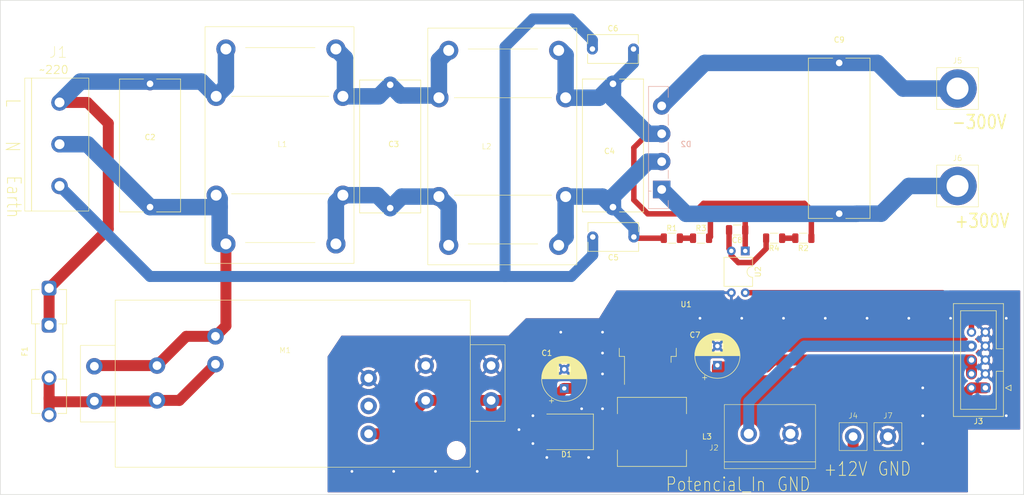
<source format=kicad_pcb>
(kicad_pcb (version 20221018) (generator pcbnew)
  (layers (0 "F.Cu" signal) (31 "B.Cu" signal) (34 "B.Paste" user) (35 "F.Paste" user) (36 "B.SilkS" user "B.Silkscreen") (37 "F.SilkS" user "F.Silkscreen") (38 "B.Mask" user) (39 "F.Mask" user) (44 "Edge.Cuts" user))
  (net 0 "")
  (net 1 "Net-(D1-K)")
  (net 2 "Net-(J1-Pin_2)")
  (net 3 "+12V")
  (net 4 "GND")
  (net 5 "+5V")
  (net 6 "/F_IN")
  (net 7 "/U_SET")
  (net 9 "Net-(J1-Pin_1)")
  (net 10 "Net-(F1-Pad2)")
  (net 11 "Net-(J1-Pin_3)")
  (net 12 "Net-(D2-+)")
  (net 13 "Net-(R1-Pad2)")
  (net 14 "Net-(D2--)")
  (net 15 "Net-(C3-Pad1)")
  (net 16 "Net-(C3-Pad2)")
  (net 17 "Net-(R2-Pad2)")
  (net 18 "Net-(C4-Pad1)")
  (net 19 "Net-(C4-Pad2)")
  (net 20 "Net-(C8-Pad1)")
  (net 21 "Net-(C8-Pad2)")
  (footprint "MountingHole:MountingHole_3.2mm_M3" (layer "F.Cu") (at 52.705 51.208)
    (fp_text reference "H1" hide)
    (fp_text value "MountingHole")
    (pad "" np_thru_hole circle (at 0 0) (size 3.2 3.2) (drill 3.2) (layers "*.Cu" "*.Mask"))
  )
  (footprint "Capacitor_THT:CP_Radial_D8.0mm_P3.50mm" (layer "F.Cu") (at 150.495 116.938 90)
    (fp_text reference "C1" (at 6.448 -3.175 180) (layer "F.SilkS"))
    (fp_text value "470uF 16V")
    (pad "1" thru_hole rect (at 0 0 90) (size 1.6 1.6) (drill 0.8) (layers "*.Cu" "*.Mask") (net 3 "+12V"))
    (pad "2" thru_hole circle (at 3.5 0 90) (size 1.6 1.6) (drill 0.8) (layers "*.Cu" "*.Mask") (net 4 "GND"))
  )
  (footprint "Capacitor_THT:C_Rect_L24.0mm_W10.9mm_P22.50mm_MKT" (layer "F.Cu") (at 74.93 83.868 90)
    (fp_text reference "C2" (at 12.748 0) (layer "F.SilkS"))
    (fp_text value "470nF")
    (pad "1" thru_hole circle (at 0 0 90) (size 2.4 2.4) (drill 1.2) (layers "*.Cu" "*.Mask") (net 2 "Net-(J1-Pin_2)"))
    (pad "2" thru_hole circle (at 22.5 0 90) (size 2.4 2.4) (drill 1.2) (layers "*.Cu" "*.Mask") (net 9 "Net-(J1-Pin_1)"))
  )
  (footprint "Z_pin:PinD1_6mm" (layer "F.Cu") (at 203.2 125.73 180)
    (fp_text reference "J4" (at 0 3.81 unlocked) (layer "F.SilkS") (effects (font (thickness 0.1))))
    (fp_text value "Screw_Terminal_01x01")
    (pad "1" thru_hole circle (at 0 0 180) (size 3 3) (drill 1.6) (layers "*.Cu" "*.Mask") (net 3 "+12V"))
  )
  (footprint "Capacitor_THT:C_Disc_D9.0mm_W5.0mm_P7.50mm" (layer "F.Cu") (at 155.635 55.018)
    (fp_text reference "C6" (at 3.75 -3.75) (layer "F.SilkS"))
    (fp_text value "220pF")
    (pad "1" thru_hole circle (at 0 0) (size 2 2) (drill 1) (layers "*.Cu" "*.Mask") (net 11 "Net-(J1-Pin_3)"))
    (pad "2" thru_hole circle (at 7.5 0) (size 2 2) (drill 1) (layers "*.Cu" "*.Mask") (net 19 "Net-(C4-Pad2)"))
  )
  (footprint "Package_DIP:DIP-4_W7.62mm" (layer "F.Cu") (at 183.52 91.858 -90)
    (fp_text reference "U2" (at 3.81 -2.33 90) (layer "F.SilkS"))
    (fp_text value "PC814")
    (pad "1" thru_hole rect (at 0 0 270) (size 1.6 1.6) (drill 0.8) (layers "*.Cu" "*.Mask") (net 20 "Net-(C8-Pad1)"))
    (pad "2" thru_hole oval (at 0 2.54 270) (size 1.6 1.6) (drill 0.8) (layers "*.Cu" "*.Mask") (net 21 "Net-(C8-Pad2)"))
    (pad "3" thru_hole oval (at 7.62 2.54 270) (size 1.6 1.6) (drill 0.8) (layers "*.Cu" "*.Mask") (net 4 "GND"))
    (pad "4" thru_hole oval (at 7.62 0 270) (size 1.6 1.6) (drill 0.8) (layers "*.Cu" "*.Mask") (net 7 "/U_SET"))
  )
  (footprint "Z_pin:PinD1_6mm" (layer "F.Cu") (at 209.55 125.73)
    (fp_text reference "J7" (at 0 -3.81 unlocked) (layer "F.SilkS") (effects (font (thickness 0.1))))
    (fp_text value "Screw_Terminal_01x01")
    (pad "1" thru_hole circle (at 0 0) (size 3 3) (drill 1.6) (layers "*.Cu" "*.Mask") (net 4 "GND"))
  )
  (footprint "Capacitor_THT:C_Rect_L29.0mm_W11.0mm_P27.50mm_MKT" (layer "F.Cu") (at 200.66 57.558 -90)
    (fp_text reference "C9" (at -4.218 0 -180) (layer "F.SilkS"))
    (fp_text value "4.7uF")
    (pad "1" thru_hole circle (at 0 0 270) (size 2.4 2.4) (drill 1.2) (layers "*.Cu" "*.Mask") (net 14 "Net-(D2--)"))
    (pad "2" thru_hole circle (at 27.5 0 270) (size 2.4 2.4) (drill 1.2) (layers "*.Cu" "*.Mask") (net 12 "Net-(D2-+)"))
  )
  (footprint "Resistor_SMD:R_1206_3216Metric" (layer "F.Cu") (at 188.7875 89.535 180)
    (fp_text reference "R4" (at 0 -1.82) (layer "F.SilkS"))
    (fp_text value "75k")
    (pad "1" smd roundrect (at -1.4625 0 180) (size 1.125 1.75) (layers "F.Cu" "F.Paste" "F.Mask") (roundrect_rratio 0.222222) (net 17 "Net-(R2-Pad2)"))
    (pad "2" smd roundrect (at 1.4625 0 180) (size 1.125 1.75) (layers "F.Cu" "F.Paste" "F.Mask") (roundrect_rratio 0.222222) (net 21 "Net-(C8-Pad2)"))
  )
  (footprint "Fuse:Fuseholder_Clip-5x20mm_Keystone_3517_Inline_P23.11x6.76mm_D1.70mm_Horizontal" (layer "F.Cu") (at 56.515 98.65 -90)
    (fp_text reference "F1" (at 11.555 4.445 90) (layer "F.SilkS"))
    (fp_text value "Fuse")
    (pad "1" thru_hole roundrect (at 0 0 270) (size 2.7 2.7) (drill 1.7) (layers "*.Cu" "*.Mask") (net 9 "Net-(J1-Pin_1)"))
    (pad "1" thru_hole roundrect (at 6.76 0 270) (size 2.7 2.7) (drill 1.7) (layers "*.Cu" "*.Mask") (net 9 "Net-(J1-Pin_1)"))
    (pad "2" thru_hole circle (at 16.35 0 270) (size 2.7 2.7) (drill 1.7) (layers "*.Cu" "*.Mask") (net 10 "Net-(F1-Pad2)"))
    (pad "2" thru_hole circle (at 23.11 0 270) (size 2.7 2.7) (drill 1.7) (layers "*.Cu" "*.Mask") (net 10 "Net-(F1-Pad2)"))
  )
  (footprint "Z_pin:PinD4mm" (layer "F.Cu") (at 222.25 80.01)
    (fp_text reference "J6" (at 0 -5.08 unlocked) (layer "F.SilkS") (effects (font (thickness 0.1))))
    (fp_text value "Screw_Terminal_01x01")
    (pad "1" thru_hole circle (at 0 0) (size 7 7) (drill 4) (layers "*.Cu" "*.Mask") (net 12 "Net-(D2-+)"))
  )
  (footprint "MountingHole:MountingHole_3.2mm_M3" (layer "F.Cu") (at 182.88 72.798)
    (fp_text reference "H5" hide)
    (fp_text value "MountingHole")
    (pad "" np_thru_hole circle (at 0 0) (size 3.2 3.2) (drill 3.2) (layers "*.Cu" "*.Mask"))
  )
  (footprint "Package_TO_SOT_SMD:TO-263-5_TabPin3" (layer "F.Cu") (at 165.735 106.275 90)
    (fp_text reference "U1" (at 4.675 6.985 180) (layer "F.SilkS"))
    (fp_text value "LM2576S-5")
    (pad "1" smd roundrect (at -7.65 -3.4 90) (size 4.6 1.1) (layers "F.Cu" "F.Paste" "F.Mask") (roundrect_rratio 0.227273) (net 3 "+12V"))
    (pad "2" smd roundrect (at -7.65 -1.7 90) (size 4.6 1.1) (layers "F.Cu" "F.Paste" "F.Mask") (roundrect_rratio 0.227273) (net 1 "Net-(D1-K)"))
    (pad "3" smd roundrect (at -7.65 0 90) (size 4.6 1.1) (layers "F.Cu" "F.Paste" "F.Mask") (roundrect_rratio 0.227273) (net 4 "GND"))
    (pad "3" smd roundrect (at -0.925 -2.775 90) (size 4.55 5.25) (layers "F.Cu" "F.Paste") (roundrect_rratio 0.054945) (net 4 "GND"))
    (pad "3" smd roundrect (at -0.925 2.775 90) (size 4.55 5.25) (layers "F.Cu" "F.Paste") (roundrect_rratio 0.054945) (net 4 "GND"))
    (pad "3" smd roundrect (at 1.5 0 90) (size 9.4 10.8) (layers "F.Cu" "F.Mask") (roundrect_rratio 0.026596) (net 4 "GND"))
    (pad "3" smd roundrect (at 3.925 -2.775 90) (size 4.55 5.25) (layers "F.Cu" "F.Paste") (roundrect_rratio 0.054945) (net 4 "GND"))
    (pad "3" smd roundrect (at 3.925 2.775 90) (size 4.55 5.25) (layers "F.Cu" "F.Paste") (roundrect_rratio 0.054945) (net 4 "GND"))
    (pad "4" smd roundrect (at -7.65 1.7 90) (size 4.6 1.1) (layers "F.Cu" "F.Paste" "F.Mask") (roundrect_rratio 0.227273) (net 5 "+5V"))
    (pad "5" smd roundrect (at -7.65 3.4 90) (size 4.6 1.1) (layers "F.Cu" "F.Paste" "F.Mask") (roundrect_rratio 0.227273) (net 4 "GND"))
  )
  (footprint "Z_pin:PinD4mm" (layer "F.Cu") (at 222.25 62.23)
    (fp_text reference "J5" (at 0 -5.08 unlocked) (layer "F.SilkS") (effects (font (thickness 0.1))))
    (fp_text value "Screw_Terminal_01x01")
    (pad "1" thru_hole circle (at 0 0) (size 7 7) (drill 4) (layers "*.Cu" "*.Mask") (net 14 "Net-(D2--)"))
  )
  (footprint "MountingHole:MountingHole_3.2mm_M3" (layer "F.Cu") (at 52.705 131.218)
    (fp_text reference "H2" hide)
    (fp_text value "MountingHole")
    (pad "" np_thru_hole circle (at 0 0) (size 3.2 3.2) (drill 3.2) (layers "*.Cu" "*.Mask"))
  )
  (footprint "Z_connectors:DB129V-7.62-3P-GN-S" (layer "F.Cu") (at 58.42 64.77)
    (fp_text reference "J1" (at -0.245714 -9.153919 unlocked) (layer "F.SilkS") (effects (font (size 2 2) (thickness 0.1))))
    (fp_text value "Screw_Terminal_01x03")
    (pad "1" thru_hole circle (at 0 0) (size 3 3) (drill 1.8) (layers "*.Cu" "*.Mask") (net 9 "Net-(J1-Pin_1)"))
    (pad "2" thru_hole circle (at 0 7.62) (size 3 3) (drill 1.8) (layers "*.Cu" "*.Mask") (net 2 "Net-(J1-Pin_2)"))
    (pad "3" thru_hole circle (at 0 15.24) (size 3 3) (drill 1.8) (layers "*.Cu" "*.Mask") (net 11 "Net-(J1-Pin_3)"))
  )
  (footprint "Z_inductors:B82726S6123N020" (layer "F.Cu") (at 125.603 94.388 90)
    (fp_text reference "L2" (at 21.59 10.716 unlocked) (layer "F.SilkS") (effects (font (thickness 0.1))))
    (fp_text value "2X3.3mH 12A")
    (pad "1" thru_hole circle (at 3.556 3.81 90) (size 3.5 3.5) (drill 2) (layers "*.Cu" "*.Mask") (net 15 "Net-(C3-Pad1)"))
    (pad "1" thru_hole circle (at 12.446 2.032 90) (size 3.5 3.5) (drill 2) (layers "*.Cu" "*.Mask") (net 15 "Net-(C3-Pad1)"))
    (pad "2" thru_hole circle (at 30.48 2.032 90) (size 3.5 3.5) (drill 2) (layers "*.Cu" "*.Mask") (net 16 "Net-(C3-Pad2)"))
    (pad "2" thru_hole circle (at 39.116 3.81 90) (size 3.5 3.5) (drill 2) (layers "*.Cu" "*.Mask") (net 16 "Net-(C3-Pad2)"))
    (pad "3" thru_hole circle (at 30.48 25.146 90) (size 3.5 3.5) (drill 2) (layers "*.Cu" "*.Mask") (net 19 "Net-(C4-Pad2)"))
    (pad "3" thru_hole circle (at 39.116 23.876 90) (size 3.5 3.5) (drill 2) (layers "*.Cu" "*.Mask") (net 19 "Net-(C4-Pad2)"))
    (pad "4" thru_hole circle (at 3.556 23.876 90) (size 3.5 3.5) (drill 2) (layers "*.Cu" "*.Mask") (net 18 "Net-(C4-Pad1)"))
    (pad "4" thru_hole circle (at 12.446 25.146 90) (size 3.5 3.5) (drill 2) (layers "*.Cu" "*.Mask") (net 18 "Net-(C4-Pad1)"))
  )
  (footprint "Capacitor_THT:C_Rect_L24.0mm_W10.9mm_P22.50mm_MKT" (layer "F.Cu") (at 118.745 84.048 90)
    (fp_text reference "C3" (at 11.658 0.635 180) (layer "F.SilkS"))
    (fp_text value "470nF")
    (pad "1" thru_hole circle (at 0 0 90) (size 2.4 2.4) (drill 1.2) (layers "*.Cu" "*.Mask") (net 15 "Net-(C3-Pad1)"))
    (pad "2" thru_hole circle (at 22.5 0 90) (size 2.4 2.4) (drill 1.2) (layers "*.Cu" "*.Mask") (net 16 "Net-(C3-Pad2)"))
  )
  (footprint "Resistor_SMD:R_1206_3216Metric" (layer "F.Cu") (at 170.1225 89.535)
    (fp_text reference "R1" (at 0 -1.82) (layer "F.SilkS"))
    (fp_text value "75k")
    (pad "1" smd roundrect (at -1.4625 0) (size 1.125 1.75) (layers "F.Cu" "F.Paste" "F.Mask") (roundrect_rratio 0.222222) (net 18 "Net-(C4-Pad1)"))
    (pad "2" smd roundrect (at 1.4625 0) (size 1.125 1.75) (layers "F.Cu" "F.Paste" "F.Mask") (roundrect_rratio 0.222222) (net 13 "Net-(R1-Pad2)"))
  )
  (footprint "MountingHole:MountingHole_3.2mm_M3" (layer "F.Cu") (at 229.235 131.218)
    (fp_text reference "H4" hide)
    (fp_text value "MountingHole")
    (pad "" np_thru_hole circle (at 0 0) (size 3.2 3.2) (drill 3.2) (layers "*.Cu" "*.Mask"))
  )
  (footprint "Capacitor_THT:C_Disc_D9.0mm_W5.0mm_P7.50mm" (layer "F.Cu") (at 163.195 89.308 180)
    (fp_text reference "C5" (at 3.75 -3.75) (layer "F.SilkS"))
    (fp_text value "220pF")
    (pad "1" thru_hole circle (at 0 0 180) (size 2 2) (drill 1) (layers "*.Cu" "*.Mask") (net 18 "Net-(C4-Pad1)"))
    (pad "2" thru_hole circle (at 7.5 0 180) (size 2 2) (drill 1) (layers "*.Cu" "*.Mask") (net 11 "Net-(J1-Pin_3)"))
  )
  (footprint "Resistor_SMD:R_1206_3216Metric" (layer "F.Cu") (at 194.1175 89.535 180)
    (fp_text reference "R2" (at 0 -1.82) (layer "F.SilkS"))
    (fp_text value "75k")
    (pad "1" smd roundrect (at -1.4625 0 180) (size 1.125 1.75) (layers "F.Cu" "F.Paste" "F.Mask") (roundrect_rratio 0.222222) (net 19 "Net-(C4-Pad2)"))
    (pad "2" smd roundrect (at 1.4625 0 180) (size 1.125 1.75) (layers "F.Cu" "F.Paste" "F.Mask") (roundrect_rratio 0.222222) (net 17 "Net-(R2-Pad2)"))
  )
  (footprint "Capacitor_THT:CP_Radial_D8.0mm_P3.50mm" (layer "F.Cu") (at 178.435 112.72 90)
    (fp_text reference "C7" (at 5.536814 -4.089579 180) (layer "F.SilkS"))
    (fp_text value "220uF 16V")
    (pad "1" thru_hole rect (at 0 0 90) (size 1.6 1.6) (drill 0.8) (layers "*.Cu" "*.Mask") (net 5 "+5V"))
    (pad "2" thru_hole circle (at 3.5 0 90) (size 1.6 1.6) (drill 0.8) (layers "*.Cu" "*.Mask") (net 4 "GND"))
  )
  (footprint "Z_modules:AC_DC_12V2A" (layer "F.Cu") (at 68.58 100.838)
    (fp_text reference "M1" (at 30.988 9.144 unlocked) (layer "F.SilkS") (effects (font (thickness 0.1))))
    (fp_text value "~")
    (pad "" np_thru_hole circle (at 2.286 3.302) (size 3 3) (drill 3) (layers "F&B.Cu" "*.Mask"))
    (pad "" np_thru_hole circle (at 2.286 27.432) (size 3 3) (drill 3) (layers "F&B.Cu" "*.Mask"))
    (pad "" np_thru_hole circle (at 62.23 3.302) (size 3 3) (drill 3) (layers "F&B.Cu" "*.Mask"))
    (pad "" np_thru_hole circle (at 62.23 27.432) (size 3 3) (drill 3) (layers "F&B.Cu" "*.Mask"))
    (pad "1" thru_hole circle (at -3.81 12.065) (size 3 3) (drill 1.6) (layers "*.Cu" "*.Mask") (net 2 "Net-(J1-Pin_2)"))
    (pad "1" thru_hole circle (at 7.62 11.938) (size 3 3) (drill 1.6) (layers "*.Cu" "*.Mask") (net 2 "Net-(J1-Pin_2)"))
    (pad "1" thru_hole circle (at 18.288 6.604) (size 3 3) (drill 1.6) (layers "*.Cu" "*.Mask") (net 2 "Net-(J1-Pin_2)"))
    (pad "2" thru_hole circle (at -3.81 18.415) (size 3 3) (drill 1.6) (layers "*.Cu" "*.Mask") (net 10 "Net-(F1-Pad2)"))
    (pad "2" thru_hole circle (at 7.62 18.288) (size 3 3) (drill 1.6) (layers "*.Cu" "*.Mask") (net 10 "Net-(F1-Pad2)"))
    (pad "2" thru_hole circle (at 18.288 11.684) (size 3 3) (drill 1.6) (layers "*.Cu" "*.Mask") (net 10 "Net-(F1-Pad2)"))
    (pad "3" thru_hole circle (at 46.228 14.224) (size 3 3) (drill 1.6) (layers "*.Cu" "*.Mask") (net 4 "GND"))
    (pad "3" thru_hole circle (at 56.642 11.938) (size 3 3) (drill 1.6) (layers "*.Cu" "*.Mask") (net 4 "GND"))
    (pad "3" thru_hole circle (at 68.58 11.938) (size 3 3) (drill 1.6) (layers "*.Cu" "*.Mask") (net 4 "GND"))
    (pad "4" thru_hole circle (at 46.228 24.384) (size 3 3) (drill 1.6) (layers "*.Cu" "*.Mask") (net 3 "+12V"))
    (pad "4" thru_hole circle (at 56.642 18.288) (size 3 3) (drill 1.6) (layers "*.Cu" "*.Mask") (net 3 "+12V"))
    (pad "4" thru_hole circle (at 68.58 18.288) (size 3 3) (drill 1.6) (layers "*.Cu" "*.Mask") (net 3 "+12V"))
    (pad "5" thru_hole circle (at 46.228 19.304) (size 3 3) (drill 1.6) (layers "*.Cu" "*.Mask"))
  )
  (footprint "Resistor_SMD:R_1206_3216Metric" (layer "F.Cu") (at 175.4525 89.535)
    (fp_text reference "R3" (at 0 -1.82) (layer "F.SilkS"))
    (fp_text value "75k")
    (pad "1" smd roundrect (at -1.4625 0) (size 1.125 1.75) (layers "F.Cu" "F.Paste" "F.Mask") (roundrect_rratio 0.222222) (net 13 "Net-(R1-Pad2)"))
    (pad "2" smd roundrect (at 1.4625 0) (size 1.125 1.75) (layers "F.Cu" "F.Paste" "F.Mask") (roundrect_rratio 0.222222) (net 20 "Net-(C8-Pad1)"))
  )
  (footprint "Z_inductors:B82726S6123N020" (layer "F.Cu") (at 84.963 94.134 90)
    (fp_text reference "L1" (at 21.744 14.097 unlocked) (layer "F.SilkS") (effects (font (thickness 0.1))))
    (fp_text value "2X3.3mH 12A")
    (pad "1" thru_hole circle (at 3.556 3.81 90) (size 3.5 3.5) (drill 2) (layers "*.Cu" "*.Mask") (net 2 "Net-(J1-Pin_2)"))
    (pad "1" thru_hole circle (at 12.446 2.032 90) (size 3.5 3.5) (drill 2) (layers "*.Cu" "*.Mask") (net 2 "Net-(J1-Pin_2)"))
    (pad "2" thru_hole circle (at 30.48 2.032 90) (size 3.5 3.5) (drill 2) (layers "*.Cu" "*.Mask") (net 9 "Net-(J1-Pin_1)"))
    (pad "2" thru_hole circle (at 39.116 3.81 90) (size 3.5 3.5) (drill 2) (layers "*.Cu" "*.Mask") (net 9 "Net-(J1-Pin_1)"))
    (pad "3" thru_hole circle (at 30.48 25.146 90) (size 3.5 3.5) (drill 2) (layers "*.Cu" "*.Mask") (net 16 "Net-(C3-Pad2)"))
    (pad "3" thru_hole circle (at 39.116 23.876 90) (size 3.5 3.5) (drill 2) (layers "*.Cu" "*.Mask") (net 16 "Net-(C3-Pad2)"))
    (pad "4" thru_hole circle (at 3.556 23.876 90) (size 3.5 3.5) (drill 2) (layers "*.Cu" "*.Mask") (net 15 "Net-(C3-Pad1)"))
    (pad "4" thru_hole circle (at 12.446 25.146 90) (size 3.5 3.5) (drill 2) (layers "*.Cu" "*.Mask") (net 15 "Net-(C3-Pad1)"))
  )
  (footprint "Capacitor_SMD:C_1206_3216Metric" (layer "F.Cu") (at 182.04 88.038 180)
    (fp_text reference "C8" (at 0 -1.85) (layer "F.SilkS"))
    (fp_text value "1nF")
    (pad "1" smd roundrect (at -1.475 0 180) (size 1.15 1.8) (layers "F.Cu" "F.Paste" "F.Mask") (roundrect_rratio 0.217391) (net 20 "Net-(C8-Pad1)"))
    (pad "2" smd roundrect (at 1.475 0 180) (size 1.15 1.8) (layers "F.Cu" "F.Paste" "F.Mask") (roundrect_rratio 0.217391) (net 21 "Net-(C8-Pad2)"))
  )
  (footprint "Diode_SMD:D_SMC" (layer "F.Cu") (at 150.905 124.868 180)
    (fp_text reference "D1" (at 0 -4.1) (layer "F.SilkS"))
    (fp_text value "B360")
    (pad "1" smd roundrect (at -3.4 0 270) (size 3.3 2.5) (layers "F.Cu" "F.Paste" "F.Mask") (roundrect_rratio 0.1) (net 1 "Net-(D1-K)"))
    (pad "2" smd roundrect (at 3.4 0 270) (size 3.3 2.5) (layers "F.Cu" "F.Paste" "F.Mask") (roundrect_rratio 0.1) (net 4 "GND"))
  )
  (footprint "MountingHole:MountingHole_3.2mm_M3" (layer "F.Cu") (at 229.235 51.208)
    (fp_text reference "H3" hide)
    (fp_text value "MountingHole")
    (pad "" np_thru_hole circle (at 0 0) (size 3.2 3.2) (drill 3.2) (layers "*.Cu" "*.Mask"))
  )
  (footprint "Capacitor_THT:C_Rect_L24.0mm_W10.9mm_P22.50mm_MKT" (layer "F.Cu") (at 159.385 83.868 90)
    (fp_text reference "C4" (at 10.208 -0.635 180) (layer "F.SilkS"))
    (fp_text value "470nF")
    (pad "1" thru_hole circle (at 0 0 90) (size 2.4 2.4) (drill 1.2) (layers "*.Cu" "*.Mask") (net 18 "Net-(C4-Pad1)"))
    (pad "2" thru_hole circle (at 22.5 0 90) (size 2.4 2.4) (drill 1.2) (layers "*.Cu" "*.Mask") (net 19 "Net-(C4-Pad2)"))
  )
  (footprint "Z_connectors:DB129V-7.62-2P-GN-S" (layer "F.Cu") (at 184.15 125.222 90)
    (fp_text reference "J2" (at -2.54 -6.35 unlocked) (layer "F.SilkS") (effects (font (thickness 0.1))))
    (fp_text value "Screw_Terminal_01x02")
    (pad "1" thru_hole circle (at 0 0 90) (size 3 3) (drill 1.8) (layers "*.Cu" "*.Mask") (net 6 "/F_IN"))
    (pad "2" thru_hole circle (at 0 7.62 90) (size 3 3) (drill 1.8) (layers "*.Cu" "*.Mask") (net 4 "GND"))
  )
  (footprint "Connector_IDC:IDC-Header_2x05_P2.54mm_Vertical" (layer "F.Cu") (at 227.33 116.84 180)
    (fp_text reference "J3" (at 1.27 -6.1) (layer "F.SilkS"))
    (fp_text value "~")
    (pad "1" thru_hole roundrect (at 0 0 180) (size 1.7 1.7) (drill 1) (layers "*.Cu" "*.Mask") (roundrect_rratio 0.147059) (net 3 "+12V"))
    (pad "2" thru_hole circle (at 2.54 0 180) (size 1.7 1.7) (drill 1) (layers "*.Cu" "*.Mask") (net 3 "+12V"))
    (pad "3" thru_hole circle (at 0 2.54 180) (size 1.7 1.7) (drill 1) (layers "*.Cu" "*.Mask") (net 4 "GND"))
    (pad "4" thru_hole circle (at 2.54 2.54 180) (size 1.7 1.7) (drill 1) (layers "*.Cu" "*.Mask") (net 5 "+5V"))
    (pad "5" thru_hole circle (at 0 5.08 180) (size 1.7 1.7) (drill 1) (layers "*.Cu" "*.Mask") (net 4 "GND"))
    (pad "6" thru_hole circle (at 2.54 5.08 180) (size 1.7 1.7) (drill 1) (layers "*.Cu" "*.Mask") (net 5 "+5V"))
    (pad "7" thru_hole circle (at 0 7.62 180) (size 1.7 1.7) (drill 1) (layers "*.Cu" "*.Mask") (net 4 "GND"))
    (pad "8" thru_hole circle (at 2.54 7.62 180) (size 1.7 1.7) (drill 1) (layers "*.Cu" "*.Mask") (net 6 "/F_IN"))
    (pad "9" thru_hole circle (at 0 10.16 180) (size 1.7 1.7) (drill 1) (layers "*.Cu" "*.Mask") (net 4 "GND"))
    (pad "10" thru_hole circle (at 2.54 10.16 180) (size 1.7 1.7) (drill 1) (layers "*.Cu" "*.Mask") (net 7 "/U_SET"))
  )
  (footprint "Z_inductors:L_12x12mm_H8mm" (layer "F.Cu") (at 166.497 124.868)
    (fp_text reference "L3" (at 10.033 0.862) (layer "F.SilkS"))
    (fp_text value "47uH")
    (pad "1" smd rect (at -5.588 0) (size 4 5.8) (layers "F.Cu" "F.Paste" "F.Mask") (net 1 "Net-(D1-K)"))
    (pad "2" smd rect (at 5.588 0) (size 4 5.8) (layers "F.Cu" "F.Paste" "F.Mask") (net 5 "+5V"))
  )
  (footprint "Diode_THT:Diode_Bridge_Vishay_GBU" (layer "B.Cu") (at 168.275 80.645 90)
    (fp_text reference "D2" (at 8.255 4.445 180) (layer "B.SilkS") (effects (justify mirror)))
    (fp_text value "GBU15M")
    (pad "1" thru_hole rect (at 0 0 90) (size 3.2 3.2) (drill 1.6) (layers "*.Cu" "*.Mask") (net 12 "Net-(D2-+)"))
    (pad "2" thru_hole circle (at 5.08 0 90) (size 3.2 3.2) (drill 1.6) (layers "*.Cu" "*.Mask") (net 18 "Net-(C4-Pad1)"))
    (pad "3" thru_hole circle (at 10.16 0 90) (size 3.2 3.2) (drill 1.6) (layers "*.Cu" "*.Mask") (net 19 "Net-(C4-Pad2)"))
    (pad "4" thru_hole circle (at 15.24 0 90) (size 3.2 3.2) (drill 1.6) (layers "*.Cu" "*.Mask") (net 14 "Net-(D2--)"))
  )
  (gr_rect (start 47.625 46.128) (end 234.315 136.298) (stroke (width 0.1)) (fill none) (layer "Edge.Cuts"))
  (gr_text "GND" (at 189.23 135.89) (layer "F.SilkS") (effects (font (size 2.5 2)) (justify left bottom)))
  (gr_text "Potencial_In" (at 168.91 135.89) (layer "F.SilkS") (effects (font (size 2.5 2)) (justify left bottom)))
  (gr_text "L" (at 48.449464 63.927895 -90) (layer "F.SilkS") (effects (font (size 2.5 2)) (justify left bottom)))
  (gr_text "+300V" (at 221.57162 87.849973) (layer "F.SilkS") (effects (font (size 2.5 2) (thickness 0.3) bold) (justify left bottom)))
  (gr_text "~220" (at 54.61 59.69) (layer "F.SilkS") (effects (font (size 1.5 1.5)) (justify left bottom)))
  (gr_text "GND" (at 207.587069 133.077417) (layer "F.SilkS") (effects (font (size 2.5 2)) (justify left bottom)))
  (gr_text "+12V" (at 197.723717 133.114359) (layer "F.SilkS") (effects (font (size 2.5 2)) (justify left bottom)))
  (gr_text "-300V" (at 221.072911 69.813337) (layer "F.SilkS") (effects (font (size 2.5 2) (thickness 0.3) bold) (justify left bottom)))
  (gr_text "N" (at 48.366346 71.657882 -90) (layer "F.SilkS") (effects (font (size 2.5 2)) (justify left bottom)))
  (gr_text "Earth" (at 48.6157 77.974861 -90) (layer "F.SilkS") (effects (font (size 2.5 2)) (justify left bottom)))
  (segment (start 154.305 124.868) (end 160.909 124.868) (width 2) (layer "F.Cu") (net 1))
  (segment (start 164.035 121.742) (end 160.909 124.868) (width 1) (layer "F.Cu") (net 1))
  (segment (start 164.035 113.925) (end 164.035 121.742) (width 1) (layer "F.Cu") (net 1))
  (segment (start 86.868 107.442) (end 81.534 107.442) (width 2) (layer "F.Cu") (net 2))
  (segment (start 88.773 90.578) (end 88.773 105.537) (width 2) (layer "F.Cu") (net 2))
  (segment (start 88.773 105.537) (end 86.868 107.442) (width 2) (layer "F.Cu") (net 2))
  (segment (start 76.2 112.776) (end 64.897 112.776) (width 2) (layer "F.Cu") (net 2))
  (segment (start 81.534 107.442) (end 76.2 112.776) (width 2) (layer "F.Cu") (net 2))
  (segment (start 64.897 112.776) (end 64.77 112.903) (width 2) (layer "F.Cu") (net 2))
  (segment (start 74.93 83.82) (end 74.93 83.868) (width 3) (layer "B.Cu") (net 2))
  (segment (start 58.42 72.39) (end 63.5 72.39) (width 3) (layer "B.Cu") (net 2))
  (segment (start 86.995 81.688) (end 87.63 82.323) (width 3) (layer "B.Cu") (net 2))
  (segment (start 74.93 83.868) (end 87.582 83.868) (width 3) (layer "B.Cu") (net 2))
  (segment (start 63.5 72.39) (end 74.93 83.82) (width 3) (layer "B.Cu") (net 2))
  (segment (start 87.63 82.323) (end 87.63 90.578) (width 3) (layer "B.Cu") (net 2))
  (segment (start 87.582 83.868) (end 87.63 83.82) (width 3) (layer "B.Cu") (net 2))
  (segment (start 148.307 119.126) (end 150.495 116.938) (width 2) (layer "F.Cu") (net 3))
  (segment (start 137.16 128.27) (end 142.875 133.985) (width 2) (layer "F.Cu") (net 3))
  (segment (start 224.79 116.84) (end 227.33 116.84) (width 2) (layer "F.Cu") (net 3))
  (segment (start 203.2 133.985) (end 203.2 125.73) (width 2) (layer "F.Cu") (net 3))
  (segment (start 142.875 133.985) (end 203.2 133.985) (width 2) (layer "F.Cu") (net 3))
  (segment (start 160.557 116.938) (end 150.495 116.938) (width 2) (layer "F.Cu") (net 3))
  (segment (start 114.808 125.222) (end 119.126 125.222) (width 2) (layer "F.Cu") (net 3))
  (segment (start 222.25 128.27) (end 222.25 119.38) (width 2) (layer "F.Cu") (net 3))
  (segment (start 161.29 116.205) (end 160.557 116.938) (width 2) (layer "F.Cu") (net 3))
  (segment (start 137.16 119.126) (end 137.16 128.27) (width 2) (layer "F.Cu") (net 3))
  (segment (start 216.535 133.985) (end 222.25 128.27) (width 2) (layer "F.Cu") (net 3))
  (segment (start 119.126 125.222) (end 125.222 119.126) (width 2) (layer "F.Cu") (net 3))
  (segment (start 203.2 133.985) (end 216.535 133.985) (width 2) (layer "F.Cu") (net 3))
  (segment (start 125.222 119.126) (end 137.16 119.126) (width 2) (layer "F.Cu") (net 3))
  (segment (start 222.25 119.38) (end 224.79 116.84) (width 2) (layer "F.Cu") (net 3))
  (segment (start 137.16 119.126) (end 148.307 119.126) (width 2) (layer "F.Cu") (net 3))
  (segment (start 161.29 113.03) (end 161.29 116.205) (width 2) (layer "F.Cu") (net 3))
  (via (at 119.38 132.08) (size 1.2) (drill 0.5) (layers "F.Cu" "B.Cu") (net 4))
  (via (at 231.14 104.14) (size 1.2) (drill 0.5) (layers "F.Cu" "B.Cu") (net 4))
  (via (at 231.14 121.92) (size 1.2) (drill 0.5) (layers "F.Cu" "B.Cu") (net 4))
  (via (at 213.36 104.14) (size 1.2) (drill 0.5) (layers "F.Cu" "B.Cu") (net 4))
  (via (at 220.98 104.14) (size 1.2) (drill 0.5) (layers "F.Cu" "B.Cu") (net 4))
  (via (at 175.26 104.14) (size 1.2) (drill 0.5) (layers "F.Cu" "B.Cu") (net 4))
  (via (at 215.9 116.84) (size 1.2) (drill 0.5) (layers "F.Cu" "B.Cu") (net 4))
  (via (at 215.9 127) (size 1.2) (drill 0.5) (layers "F.Cu" "B.Cu") (net 4))
  (via (at 157.48 106.68) (size 1.2) (drill 0.5) (layers "F.Cu" "B.Cu") (net 4))
  (via (at 205.74 104.14) (size 1.2) (drill 0.5) (layers "F.Cu" "B.Cu") (net 4))
  (via (at 153.67 120.65) (size 1.2) (drill 0.5) (layers "F.Cu" "B.Cu") (net 4))
  (via (at 144.78 121.92) (size 1.2) (drill 0.5) (layers "F.Cu" "B.Cu") (net 4))
  (via (at 111.76 132.08) (size 1.2) (drill 0.5) (layers "F.Cu" "B.Cu") (net 4))
  (via (at 134.62 132.08) (size 1.2) (drill 0.5) (layers "F.Cu" "B.Cu") (net 4))
  (via (at 198.12 104.14) (size 1.2) (drill 0.5) (layers "F.Cu" "B.Cu") (net 4))
  (via (at 149.86 106.68) (size 1.2) (drill 0.5) (layers "F.Cu" "B.Cu") (net 4))
  (via (at 190.5 104.14) (size 1.2) (drill 0.5) (layers "F.Cu" "B.Cu") (net 4))
  (via (at 154.94 129.54) (size 1.2) (drill 0.5) (layers "F.Cu" "B.Cu") (net 4))
  (via (at 157.48 120.65) (size 1.2) (drill 0.5) (layers "F.Cu" "B.Cu") (net 4))
  (via (at 127 132.08) (size 1.2) (drill 0.5) (layers "F.Cu" "B.Cu") (net 4))
  (via (at 215.9 121.92) (size 1.2) (drill 0.5) (layers "F.Cu" "B.Cu") (net 4))
  (via (at 157.48 110.49) (size 1.2) (drill 0.5) (layers "F.Cu" "B.Cu") (net 4))
  (via (at 142.24 124.46) (size 1.2) (drill 0.5) (layers "F.Cu" "B.Cu") (net 4))
  (via (at 144.78 127) (size 1.2) (drill 0.5) (layers "F.Cu" "B.Cu") (net 4))
  (via (at 157.48 114.3) (size 1.2) (drill 0.5) (layers "F.Cu" "B.Cu") (net 4))
  (via (at 147.32 129.54) (size 1.2) (drill 0.5) (layers "F.Cu" "B.Cu") (net 4))
  (via (at 182.88 104.14) (size 1.2) (drill 0.5) (layers "F.Cu" "B.Cu") (net 4))
  (segment (start 224.79 114.3) (end 224.79 111.76) (width 2) (layer "F.Cu") (net 5))
  (segment (start 167.435 113.925) (end 167.435 120.218) (width 1) (layer "F.Cu") (net 5))
  (segment (start 172.085 123.288) (end 178.435 116.938) (width 2) (layer "F.Cu") (net 5))
  (segment (start 187.325 113.03) (end 188.595 111.76) (width 2) (layer "F.Cu") (net 5))
  (segment (start 172.085 124.868) (end 172.085 123.288) (width 2) (layer "F.Cu") (net 5))
  (segment (start 178.435 116.938) (end 178.435 113.03) (width 2) (layer "F.Cu") (net 5))
  (segment (start 188.595 111.76) (end 224.79 111.76) (width 2) (layer "F.Cu") (net 5))
  (segment (start 178.435 113.03) (end 187.325 113.03) (width 2) (layer "F.Cu") (net 5))
  (segment (start 167.435 120.218) (end 172.085 124.868) (width 1) (layer "F.Cu") (net 5))
  (segment (start 194.31 109.22) (end 224.79 109.22) (width 2) (layer "B.Cu") (net 6))
  (segment (start 184.15 119.38) (end 194.31 109.22) (width 2) (layer "B.Cu") (net 6))
  (segment (start 184.15 125.222) (end 184.15 119.38) (width 2) (layer "B.Cu") (net 6))
  (segment (start 224.79 104.775) (end 224.79 106.68) (width 1) (layer "F.Cu") (net 7))
  (segment (start 219.493 99.478) (end 224.79 104.775) (width 1) (layer "F.Cu") (net 7))
  (segment (start 183.52 99.478) (end 219.493 99.478) (width 1) (layer "F.Cu") (net 7))
  (segment (start 56.515 98.65) (end 67.31 87.855) (width 2) (layer "F.Cu") (net 9))
  (segment (start 63.5 64.77) (end 58.42 64.77) (width 2) (layer "F.Cu") (net 9))
  (segment (start 67.31 68.58) (end 63.5 64.77) (width 2) (layer "F.Cu") (net 9))
  (segment (start 56.515 105.41) (end 56.515 98.65) (width 2) (layer "F.Cu") (net 9))
  (segment (start 67.31 87.855) (end 67.31 68.58) (width 2) (layer "F.Cu") (net 9))
  (segment (start 58.42 64.77) (end 62.23 60.96) (width 3) (layer "B.Cu") (net 9))
  (segment (start 84.301 60.96) (end 86.995 63.654) (width 3) (layer "B.Cu") (net 9))
  (segment (start 86.995 63.654) (end 88.773 61.876) (width 3) (layer "B.Cu") (net 9))
  (segment (start 88.773 61.876) (end 88.773 55.018) (width 3) (layer "B.Cu") (net 9))
  (segment (start 62.23 60.96) (end 84.301 60.96) (width 3) (layer "B.Cu") (net 9))
  (segment (start 56.515 121.76) (end 56.515 118.745) (width 2) (layer "F.Cu") (net 10))
  (segment (start 64.643 119.38) (end 57.15 119.38) (width 2) (layer "F.Cu") (net 10))
  (segment (start 64.77 119.253) (end 76.073 119.253) (width 2) (layer "F.Cu") (net 10))
  (segment (start 56.515 118.745) (end 56.515 115) (width 2) (layer "F.Cu") (net 10))
  (segment (start 57.15 119.38) (end 56.515 118.745) (width 2) (layer "F.Cu") (net 10))
  (segment (start 80.264 119.126) (end 86.868 112.522) (width 2) (layer "F.Cu") (net 10))
  (segment (start 76.2 119.126) (end 80.264 119.126) (width 2) (layer "F.Cu") (net 10))
  (segment (start 64.77 119.253) (end 64.643 119.38) (width 2) (layer "F.Cu") (net 10))
  (segment (start 76.073 119.253) (end 76.2 119.126) (width 2) (layer "F.Cu") (net 10))
  (segment (start 139.7 54.61) (end 144.78 49.53) (width 2) (layer "B.Cu") (net 11))
  (segment (start 58.42 80.01) (end 74.93 96.52) (width 2) (layer "B.Cu") (net 11))
  (segment (start 74.93 96.52) (end 139.7 96.52) (width 2) (layer "B.Cu") (net 11))
  (segment (start 139.7 96.52) (end 151.765 96.52) (width 2) (layer "B.Cu") (net 11))
  (segment (start 155.635 53.4) (end 155.635 55.018) (width 2) (layer "B.Cu") (net 11))
  (segment (start 139.7 96.52) (end 139.7 54.61) (width 2) (layer "B.Cu") (net 11))
  (segment (start 151.765 96.52) (end 155.695 92.59) (width 2) (layer "B.Cu") (net 11))
  (segment (start 144.78 49.53) (end 151.765 49.53) (width 2) (layer "B.Cu") (net 11))
  (segment (start 151.765 49.53) (end 155.635 53.4) (width 2) (layer "B.Cu") (net 11))
  (segment (start 155.695 92.59) (end 155.695 89.308) (width 2) (layer "B.Cu") (net 11))
  (segment (start 203.835 85.058) (end 208.312 85.058) (width 3) (layer "B.Cu") (net 12))
  (segment (start 203.803 85.09) (end 203.835 85.058) (width 3) (layer "B.Cu") (net 12))
  (segment (start 213.36 80.01) (end 222.25 80.01) (width 3) (layer "B.Cu") (net 12))
  (segment (start 168.275 80.645) (end 172.72 85.09) (width 3) (layer "B.Cu") (net 12))
  (segment (start 208.312 85.058) (end 213.36 80.01) (width 3) (layer "B.Cu") (net 12))
  (segment (start 172.72 85.09) (end 203.803 85.09) (width 3) (layer "B.Cu") (net 12))
  (segment (start 171.585 89.535) (end 173.99 89.535) (width 1) (layer "F.Cu") (net 13))
  (segment (start 207.645 57.558) (end 212.317 62.23) (width 3) (layer "B.Cu") (net 14))
  (segment (start 212.317 62.23) (end 222.25 62.23) (width 3) (layer "B.Cu") (net 14))
  (segment (start 168.275 65.405) (end 176.122 57.558) (width 3) (layer "B.Cu") (net 14))
  (segment (start 176.122 57.558) (end 207.645 57.558) (width 3) (layer "B.Cu") (net 14))
  (segment (start 108.839 82.958) (end 110.109 81.688) (width 3) (layer "B.Cu") (net 15))
  (segment (start 120.851 81.942) (end 118.745 84.048) (width 3) (layer "B.Cu") (net 15))
  (segment (start 108.839 90.578) (end 108.839 82.958) (width 3) (layer "B.Cu") (net 15))
  (segment (start 127.635 81.942) (end 120.851 81.942) (width 3) (layer "B.Cu") (net 15))
  (segment (start 129.413 90.832) (end 129.413 83.72) (width 3) (layer "B.Cu") (net 15))
  (segment (start 110.109 81.688) (end 116.385 81.688) (width 3) (layer "B.Cu") (net 15))
  (segment (start 116.385 81.688) (end 118.745 84.048) (width 3) (layer "B.Cu") (net 15))
  (segment (start 129.413 83.72) (end 127.635 81.942) (width 3) (layer "B.Cu") (net 15))
  (segment (start 118.745 61.548) (end 118.745 61.595) (width 3) (layer "B.Cu") (net 16))
  (segment (start 116.639 63.654) (end 118.745 61.548) (width 3) (layer "B.Cu") (net 16))
  (segment (start 127.635 57.05) (end 129.413 55.272) (width 3) (layer "B.Cu") (net 16))
  (segment (start 118.745 61.595) (end 120.65 63.5) (width 3) (layer "B.Cu") (net 16))
  (segment (start 127.635 63.908) (end 127.635 57.05) (width 3) (layer "B.Cu") (net 16))
  (segment (start 110.109 63.654) (end 116.639 63.654) (width 3) (layer "B.Cu") (net 16))
  (segment (start 110.49 63.273) (end 110.109 63.654) (width 3) (layer "B.Cu") (net 16))
  (segment (start 108.839 55.018) (end 110.49 56.669) (width 3) (layer "B.Cu") (net 16))
  (segment (start 127.227 63.5) (end 127.635 63.908) (width 3) (layer "B.Cu") (net 16))
  (segment (start 110.49 56.669) (end 110.49 63.273) (width 3) (layer "B.Cu") (net 16))
  (segment (start 120.65 63.5) (end 127.227 63.5) (width 3) (layer "B.Cu") (net 16))
  (segment (start 190.25 89.535) (end 192.655 89.535) (width 1) (layer "F.Cu") (net 17))
  (segment (start 163.422 89.535) (end 163.195 89.308) (width 1) (layer "F.Cu") (net 18))
  (segment (start 168.66 89.535) (end 163.422 89.535) (width 1) (layer "F.Cu") (net 18))
  (segment (start 150.749 81.942) (end 157.459 81.942) (width 3) (layer "B.Cu") (net 18))
  (segment (start 163.195 89.308) (end 163.195 87.678) (width 2) (layer "B.Cu") (net 18))
  (segment (start 150.749 89.281) (end 150.749 81.942) (width 3) (layer "B.Cu") (net 18))
  (segment (start 165.735 75.565) (end 168.275 75.565) (width 3) (layer "B.Cu") (net 18))
  (segment (start 149.479 90.551) (end 150.749 89.281) (width 3) (layer "B.Cu") (net 18))
  (segment (start 159.385 83.868) (end 159.385 81.915) (width 3) (layer "B.Cu") (net 18))
  (segment (start 149.479 90.832) (end 149.479 90.551) (width 3) (layer "B.Cu") (net 18))
  (segment (start 163.195 87.678) (end 159.385 83.868) (width 2) (layer "B.Cu") (net 18))
  (segment (start 159.385 81.915) (end 165.735 75.565) (width 3) (layer "B.Cu") (net 18))
  (segment (start 157.459 81.942) (end 159.385 83.868) (width 3) (layer "B.Cu") (net 18))
  (segment (start 165.735 85.09) (end 173.99 85.09) (width 1) (layer "F.Cu") (net 19))
  (segment (start 173.99 85.09) (end 175.895 83.185) (width 1) (layer "F.Cu") (net 19))
  (segment (start 195.58 84.455) (end 195.58 89.535) (width 1) (layer "F.Cu") (net 19))
  (segment (start 163.195 73.025) (end 163.195 82.55) (width 1) (layer "F.Cu") (net 19))
  (segment (start 194.31 83.185) (end 195.58 84.455) (width 1) (layer "F.Cu") (net 19))
  (segment (start 165.735 70.485) (end 163.195 73.025) (width 1) (layer "F.Cu") (net 19))
  (segment (start 168.275 70.485) (end 165.735 70.485) (width 1) (layer "F.Cu") (net 19))
  (segment (start 175.895 83.185) (end 194.31 83.185) (width 1) (layer "F.Cu") (net 19))
  (segment (start 163.195 82.55) (end 165.735 85.09) (width 1) (layer "F.Cu") (net 19))
  (segment (start 150.749 56.134) (end 150.749 63.908) (width 3) (layer "B.Cu") (net 19))
  (segment (start 159.385 61.368) (end 159.385 64.135) (width 3) (layer "B.Cu") (net 19))
  (segment (start 165.735 70.485) (end 168.275 70.485) (width 3) (layer "B.Cu") (net 19))
  (segment (start 159.385 64.135) (end 165.735 70.485) (width 3) (layer "B.Cu") (net 19))
  (segment (start 163.135 55.018) (end 163.135 57.618) (width 2) (layer "B.Cu") (net 19))
  (segment (start 149.479 55.272) (end 149.887 55.272) (width 3) (layer "B.Cu") (net 19))
  (segment (start 156.845 63.908) (end 159.385 61.368) (width 3) (layer "B.Cu") (net 19))
  (segment (start 150.749 63.908) (end 156.845 63.908) (width 3) (layer "B.Cu") (net 19))
  (segment (start 163.135 57.618) (end 159.385 61.368) (width 2) (layer "B.Cu") (net 19))
  (segment (start 149.887 55.272) (end 150.749 56.134) (width 3) (layer "B.Cu") (net 19))
  (segment (start 182.88 85.725) (end 183.515 86.36) (width 1) (layer "F.Cu") (net 20))
  (segment (start 183.515 88.038) (end 183.515 91.853) (width 1) (layer "F.Cu") (net 20))
  (segment (start 182.88 85.725) (end 177.8 85.725) (width 1) (layer "F.Cu") (net 20))
  (segment (start 183.515 86.36) (end 183.515 88.038) (width 1) (layer "F.Cu") (net 20))
  (segment (start 183.515 91.853) (end 183.52 91.858) (width 1) (layer "F.Cu") (net 20))
  (segment (start 177.8 85.725) (end 177.165 86.36) (width 1) (layer "F.Cu") (net 20))
  (segment (start 177.165 86.36) (end 177.165 89.285) (width 1) (layer "F.Cu") (net 20))
  (segment (start 177.165 89.285) (end 176.915 89.535) (width 1) (layer "F.Cu") (net 20))
  (segment (start 184.785 93.98) (end 187.325 91.44) (width 1) (layer "F.Cu") (net 21))
  (segment (start 187.325 91.44) (end 187.325 89.535) (width 1) (layer "F.Cu") (net 21))
  (segment (start 180.565 91.443) (end 180.98 91.858) (width 1) (layer "F.Cu") (net 21))
  (segment (start 180.565 88.038) (end 180.565 91.443) (width 1) (layer "F.Cu") (net 21))
  (segment (start 180.98 91.858) (end 180.98 92.705) (width 1) (layer "F.Cu") (net 21))
  (segment (start 180.975 92.71) (end 182.245 93.98) (width 1) (layer "F.Cu") (net 21))
  (segment (start 182.245 93.98) (end 184.785 93.98) (width 1) (layer "F.Cu") (net 21))
  (segment (start 180.98 92.705) (end 180.975 92.71) (width 1) (layer "F.Cu") (net 21))
  (zone (net 4) (net_name "GND") (layers "F&B.Cu") (connect_pads (clearance 0.5)) (min_thickness 0.25) (fill yes (thermal_gap 0.5) (thermal_bridge_width 0.5))
    (polygon (pts (xy 143.51 104.14) (xy 156.845 104.14) (xy 160.02 99.06) (xy 233.68 99.06) (xy 233.68 124.46) (xy 224.155 124.46) (xy 224.155 135.89) (xy 107.315 135.89) (xy 107.315 111.125) (xy 109.855 107.315) (xy 140.335 107.315)))
  )
)
</source>
